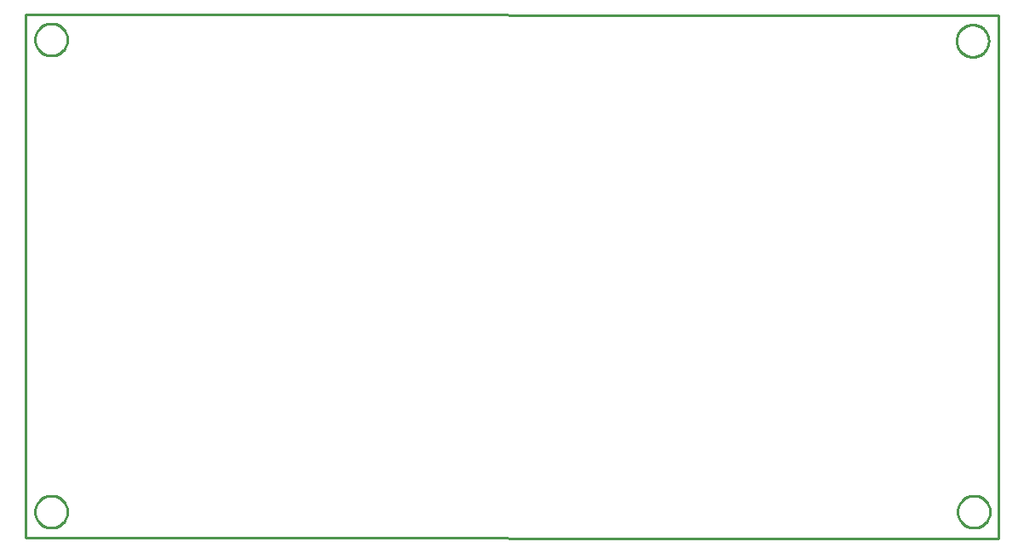
<source format=gbr>
G04 EAGLE Gerber RS-274X export*
G75*
%MOMM*%
%FSLAX34Y34*%
%LPD*%
%IN*%
%IPPOS*%
%AMOC8*
5,1,8,0,0,1.08239X$1,22.5*%
G01*
%ADD10C,0.254000*%


D10*
X0Y304800D02*
X966980Y303530D01*
X966980Y824130D01*
X0Y825400D01*
X0Y304800D01*
X41400Y799576D02*
X41332Y798531D01*
X41195Y797492D01*
X40990Y796465D01*
X40719Y795453D01*
X40383Y794461D01*
X39982Y793493D01*
X39518Y792554D01*
X38995Y791646D01*
X38413Y790775D01*
X37775Y789944D01*
X37084Y789157D01*
X36343Y788416D01*
X35556Y787725D01*
X34725Y787088D01*
X33854Y786506D01*
X32946Y785982D01*
X32007Y785518D01*
X31039Y785117D01*
X30047Y784781D01*
X29035Y784510D01*
X28008Y784305D01*
X26969Y784169D01*
X25924Y784100D01*
X24876Y784100D01*
X23831Y784169D01*
X22792Y784305D01*
X21765Y784510D01*
X20753Y784781D01*
X19761Y785117D01*
X18793Y785518D01*
X17854Y785982D01*
X16946Y786506D01*
X16075Y787088D01*
X15244Y787725D01*
X14457Y788416D01*
X13716Y789157D01*
X13025Y789944D01*
X12388Y790775D01*
X11806Y791646D01*
X11282Y792554D01*
X10818Y793493D01*
X10417Y794461D01*
X10081Y795453D01*
X9810Y796465D01*
X9605Y797492D01*
X9469Y798531D01*
X9400Y799576D01*
X9400Y800624D01*
X9469Y801669D01*
X9605Y802708D01*
X9810Y803735D01*
X10081Y804747D01*
X10417Y805739D01*
X10818Y806707D01*
X11282Y807646D01*
X11806Y808554D01*
X12388Y809425D01*
X13025Y810256D01*
X13716Y811043D01*
X14457Y811784D01*
X15244Y812475D01*
X16075Y813113D01*
X16946Y813695D01*
X17854Y814218D01*
X18793Y814682D01*
X19761Y815083D01*
X20753Y815419D01*
X21765Y815690D01*
X22792Y815895D01*
X23831Y816032D01*
X24876Y816100D01*
X25924Y816100D01*
X26969Y816032D01*
X28008Y815895D01*
X29035Y815690D01*
X30047Y815419D01*
X31039Y815083D01*
X32007Y814682D01*
X32946Y814218D01*
X33854Y813695D01*
X34725Y813113D01*
X35556Y812475D01*
X36343Y811784D01*
X37084Y811043D01*
X37775Y810256D01*
X38413Y809425D01*
X38995Y808554D01*
X39518Y807646D01*
X39982Y806707D01*
X40383Y805739D01*
X40719Y804747D01*
X40990Y803735D01*
X41195Y802708D01*
X41332Y801669D01*
X41400Y800624D01*
X41400Y799576D01*
X957070Y798306D02*
X957002Y797261D01*
X956865Y796222D01*
X956660Y795195D01*
X956389Y794183D01*
X956053Y793191D01*
X955652Y792223D01*
X955188Y791284D01*
X954665Y790376D01*
X954083Y789505D01*
X953445Y788674D01*
X952754Y787887D01*
X952013Y787146D01*
X951226Y786455D01*
X950395Y785818D01*
X949524Y785236D01*
X948616Y784712D01*
X947677Y784248D01*
X946709Y783847D01*
X945717Y783511D01*
X944705Y783240D01*
X943678Y783035D01*
X942639Y782899D01*
X941594Y782830D01*
X940546Y782830D01*
X939501Y782899D01*
X938462Y783035D01*
X937435Y783240D01*
X936423Y783511D01*
X935431Y783847D01*
X934463Y784248D01*
X933524Y784712D01*
X932616Y785236D01*
X931745Y785818D01*
X930914Y786455D01*
X930127Y787146D01*
X929386Y787887D01*
X928695Y788674D01*
X928058Y789505D01*
X927476Y790376D01*
X926952Y791284D01*
X926488Y792223D01*
X926087Y793191D01*
X925751Y794183D01*
X925480Y795195D01*
X925275Y796222D01*
X925139Y797261D01*
X925070Y798306D01*
X925070Y799354D01*
X925139Y800399D01*
X925275Y801438D01*
X925480Y802465D01*
X925751Y803477D01*
X926087Y804469D01*
X926488Y805437D01*
X926952Y806376D01*
X927476Y807284D01*
X928058Y808155D01*
X928695Y808986D01*
X929386Y809773D01*
X930127Y810514D01*
X930914Y811205D01*
X931745Y811843D01*
X932616Y812425D01*
X933524Y812948D01*
X934463Y813412D01*
X935431Y813813D01*
X936423Y814149D01*
X937435Y814420D01*
X938462Y814625D01*
X939501Y814762D01*
X940546Y814830D01*
X941594Y814830D01*
X942639Y814762D01*
X943678Y814625D01*
X944705Y814420D01*
X945717Y814149D01*
X946709Y813813D01*
X947677Y813412D01*
X948616Y812948D01*
X949524Y812425D01*
X950395Y811843D01*
X951226Y811205D01*
X952013Y810514D01*
X952754Y809773D01*
X953445Y808986D01*
X954083Y808155D01*
X954665Y807284D01*
X955188Y806376D01*
X955652Y805437D01*
X956053Y804469D01*
X956389Y803477D01*
X956660Y802465D01*
X956865Y801438D01*
X957002Y800399D01*
X957070Y799354D01*
X957070Y798306D01*
X41400Y329676D02*
X41332Y328631D01*
X41195Y327592D01*
X40990Y326565D01*
X40719Y325553D01*
X40383Y324561D01*
X39982Y323593D01*
X39518Y322654D01*
X38995Y321746D01*
X38413Y320875D01*
X37775Y320044D01*
X37084Y319257D01*
X36343Y318516D01*
X35556Y317825D01*
X34725Y317188D01*
X33854Y316606D01*
X32946Y316082D01*
X32007Y315618D01*
X31039Y315217D01*
X30047Y314881D01*
X29035Y314610D01*
X28008Y314405D01*
X26969Y314269D01*
X25924Y314200D01*
X24876Y314200D01*
X23831Y314269D01*
X22792Y314405D01*
X21765Y314610D01*
X20753Y314881D01*
X19761Y315217D01*
X18793Y315618D01*
X17854Y316082D01*
X16946Y316606D01*
X16075Y317188D01*
X15244Y317825D01*
X14457Y318516D01*
X13716Y319257D01*
X13025Y320044D01*
X12388Y320875D01*
X11806Y321746D01*
X11282Y322654D01*
X10818Y323593D01*
X10417Y324561D01*
X10081Y325553D01*
X9810Y326565D01*
X9605Y327592D01*
X9469Y328631D01*
X9400Y329676D01*
X9400Y330724D01*
X9469Y331769D01*
X9605Y332808D01*
X9810Y333835D01*
X10081Y334847D01*
X10417Y335839D01*
X10818Y336807D01*
X11282Y337746D01*
X11806Y338654D01*
X12388Y339525D01*
X13025Y340356D01*
X13716Y341143D01*
X14457Y341884D01*
X15244Y342575D01*
X16075Y343213D01*
X16946Y343795D01*
X17854Y344318D01*
X18793Y344782D01*
X19761Y345183D01*
X20753Y345519D01*
X21765Y345790D01*
X22792Y345995D01*
X23831Y346132D01*
X24876Y346200D01*
X25924Y346200D01*
X26969Y346132D01*
X28008Y345995D01*
X29035Y345790D01*
X30047Y345519D01*
X31039Y345183D01*
X32007Y344782D01*
X32946Y344318D01*
X33854Y343795D01*
X34725Y343213D01*
X35556Y342575D01*
X36343Y341884D01*
X37084Y341143D01*
X37775Y340356D01*
X38413Y339525D01*
X38995Y338654D01*
X39518Y337746D01*
X39982Y336807D01*
X40383Y335839D01*
X40719Y334847D01*
X40990Y333835D01*
X41195Y332808D01*
X41332Y331769D01*
X41400Y330724D01*
X41400Y329676D01*
X958340Y329676D02*
X958272Y328631D01*
X958135Y327592D01*
X957930Y326565D01*
X957659Y325553D01*
X957323Y324561D01*
X956922Y323593D01*
X956458Y322654D01*
X955935Y321746D01*
X955353Y320875D01*
X954715Y320044D01*
X954024Y319257D01*
X953283Y318516D01*
X952496Y317825D01*
X951665Y317188D01*
X950794Y316606D01*
X949886Y316082D01*
X948947Y315618D01*
X947979Y315217D01*
X946987Y314881D01*
X945975Y314610D01*
X944948Y314405D01*
X943909Y314269D01*
X942864Y314200D01*
X941816Y314200D01*
X940771Y314269D01*
X939732Y314405D01*
X938705Y314610D01*
X937693Y314881D01*
X936701Y315217D01*
X935733Y315618D01*
X934794Y316082D01*
X933886Y316606D01*
X933015Y317188D01*
X932184Y317825D01*
X931397Y318516D01*
X930656Y319257D01*
X929965Y320044D01*
X929328Y320875D01*
X928746Y321746D01*
X928222Y322654D01*
X927758Y323593D01*
X927357Y324561D01*
X927021Y325553D01*
X926750Y326565D01*
X926545Y327592D01*
X926409Y328631D01*
X926340Y329676D01*
X926340Y330724D01*
X926409Y331769D01*
X926545Y332808D01*
X926750Y333835D01*
X927021Y334847D01*
X927357Y335839D01*
X927758Y336807D01*
X928222Y337746D01*
X928746Y338654D01*
X929328Y339525D01*
X929965Y340356D01*
X930656Y341143D01*
X931397Y341884D01*
X932184Y342575D01*
X933015Y343213D01*
X933886Y343795D01*
X934794Y344318D01*
X935733Y344782D01*
X936701Y345183D01*
X937693Y345519D01*
X938705Y345790D01*
X939732Y345995D01*
X940771Y346132D01*
X941816Y346200D01*
X942864Y346200D01*
X943909Y346132D01*
X944948Y345995D01*
X945975Y345790D01*
X946987Y345519D01*
X947979Y345183D01*
X948947Y344782D01*
X949886Y344318D01*
X950794Y343795D01*
X951665Y343213D01*
X952496Y342575D01*
X953283Y341884D01*
X954024Y341143D01*
X954715Y340356D01*
X955353Y339525D01*
X955935Y338654D01*
X956458Y337746D01*
X956922Y336807D01*
X957323Y335839D01*
X957659Y334847D01*
X957930Y333835D01*
X958135Y332808D01*
X958272Y331769D01*
X958340Y330724D01*
X958340Y329676D01*
M02*

</source>
